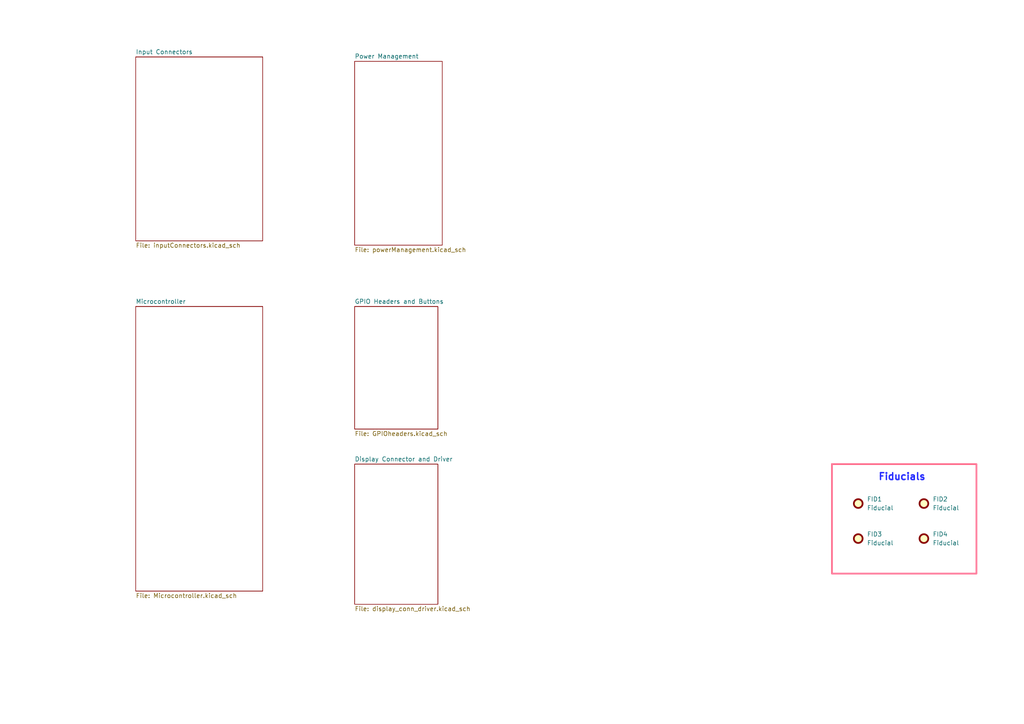
<source format=kicad_sch>
(kicad_sch (version 20250114) (generator "eeschema") (generator_version "9.0")
  (paper "A4")
  (lib_symbols
    (symbol "Mechanical:Fiducial" (exclude_from_sim yes) (in_bom no)
      (property "Reference" "FID" (at 0 5.08 0))
      (property "Value" "Fiducial" (at 0 3.175 0))
      (symbol "Fiducial_0_1"
        (circle (center 0 0) (radius 1.27) (stroke (width 0.508)) (fill (type background)))
      )
    )
  )
  (rectangle (start 241.3 134.62) (end 283.21 166.37) (stroke (width 0.5) (color 255 110 142 1)))
  (text "Fiducials" (at 261.62 138.43 0) (effects (font (size 2 2) (thickness 0.4) (bold yes))))
  (symbol (lib_id "Mechanical:Fiducial") (at 248.92 146.05 0) (unit 1) (exclude_from_sim yes) (in_bom no)
    (property "Reference" "FID1" (at 251.46 144.7799 0) (effects (justify left)))
    (property "Value" "Fiducial" (at 251.46 147.3199 0) (effects (justify left)))
    (property "Footprint" "Fiducial:Fiducial_1mm_Mask2mm" (effects (hide yes)))
    (property "Description" "Fiducial Marker" (effects (hide yes)))
  )
  (symbol (lib_id "Mechanical:Fiducial") (at 267.97 156.21 0) (unit 1) (exclude_from_sim yes) (in_bom no)
    (property "Reference" "FID4" (at 270.51 154.9399 0) (effects (justify left)))
    (property "Value" "Fiducial" (at 270.51 157.4799 0) (effects (justify left)))
    (property "Footprint" "Fiducial:Fiducial_1mm_Mask2mm" (effects (hide yes)))
    (property "Description" "Fiducial Marker" (effects (hide yes)))
  )
  (symbol (lib_id "Mechanical:Fiducial") (at 267.97 146.05 0) (unit 1) (exclude_from_sim yes) (in_bom no)
    (property "Reference" "FID2" (at 270.51 144.7799 0) (effects (justify left)))
    (property "Value" "Fiducial" (at 270.51 147.3199 0) (effects (justify left)))
    (property "Footprint" "Fiducial:Fiducial_1mm_Mask2mm" (effects (hide yes)))
    (property "Description" "Fiducial Marker" (effects (hide yes)))
  )
  (symbol (lib_id "Mechanical:Fiducial") (at 248.92 156.21 0) (unit 1) (exclude_from_sim yes) (in_bom no)
    (property "Reference" "FID3" (at 251.46 154.9399 0) (effects (justify left)))
    (property "Value" "Fiducial" (at 251.46 157.4799 0) (effects (justify left)))
    (property "Footprint" "Fiducial:Fiducial_1mm_Mask2mm" (effects (hide yes)))
    (property "Description" "Fiducial Marker" (effects (hide yes)))
  )
  (sheet (at 39.37 16.51) (size 36.83 53.34) (stroke (width 0.1524))
    (property "Sheetname" "Input Connectors" (at 39.37 15.7984 0) (effects (justify left bottom)))
    (property "Sheetfile" "inputConnectors.kicad_sch" (at 39.37 70.4346 0) (effects (justify left top)))
  )
  (sheet (at 102.87 17.78) (size 25.4 53.34) (stroke (width 0.1524))
    (property "Sheetname" "Power Management" (at 102.87 17.0684 0) (effects (justify left bottom)))
    (property "Sheetfile" "powerManagement.kicad_sch" (at 102.87 71.7046 0) (effects (justify left top)))
  )
  (sheet (at 102.87 88.9) (size 24.13 35.56) (stroke (width 0.1524))
    (property "Sheetname" "GPIO Headers and Buttons" (at 102.87 88.1884 0) (effects (justify left bottom)))
    (property "Sheetfile" "GPIOheaders.kicad_sch" (at 102.87 125.0446 0) (effects (justify left top)))
  )
  (sheet (at 39.37 88.9) (size 36.83 82.55) (stroke (width 0.1524))
    (property "Sheetname" "Microcontroller" (at 39.37 88.1884 0) (effects (justify left bottom)))
    (property "Sheetfile" "Microcontroller.kicad_sch" (at 39.37 172.0346 0) (effects (justify left top)))
  )
  (sheet (at 102.87 134.62) (size 24.13 40.64) (stroke (width 0.1524))
    (property "Sheetname" "Display Connector and Driver" (at 102.87 133.9084 0) (effects (justify left bottom)))
    (property "Sheetfile" "display_conn_driver.kicad_sch" (at 102.87 175.8446 0) (effects (justify left top)))
  )
)
</source>
